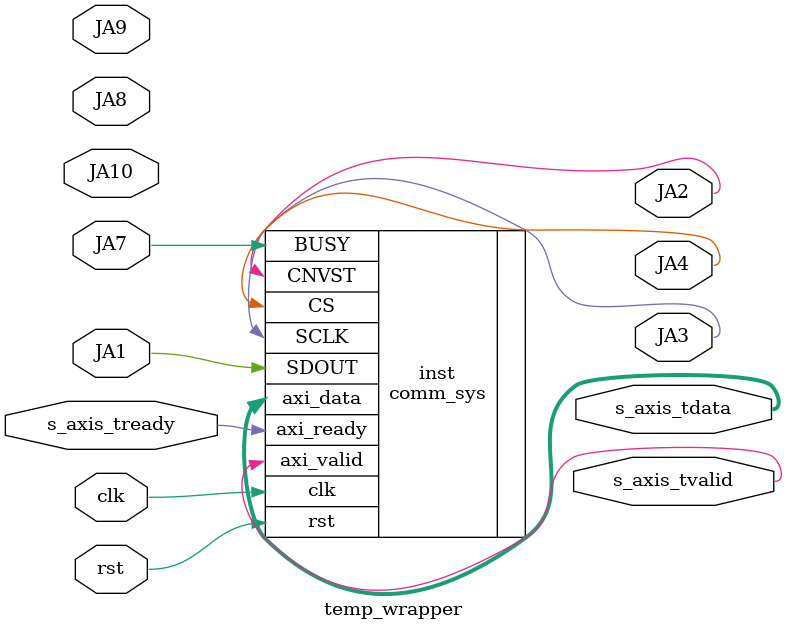
<source format=sv>
`timescale 1ns / 1ps

module temp_wrapper(
    
    input logic clk,
    input logic rst,
    
    input logic JA1,
    output logic JA2,
    output logic JA3,
    output logic JA4,
    input logic JA7,
    
    input logic JA8,
    input logic JA9,
    input logic JA10,
    
    output  logic [31:0]    s_axis_tdata,
    output  logic             s_axis_tvalid,
    input logic               s_axis_tready
    );

    comm_sys inst(
        .clk(clk),             
        .rst(rst),             
     
        .BUSY(JA7),            
        .SDOUT(JA1),           

        .CNVST(JA2),          
        .SCLK(JA3),           
        .CS(JA4),             

        .axi_ready(s_axis_tready), 
        .axi_valid(s_axis_tvalid),

        .axi_data(s_axis_tdata)    
    );

endmodule

</source>
